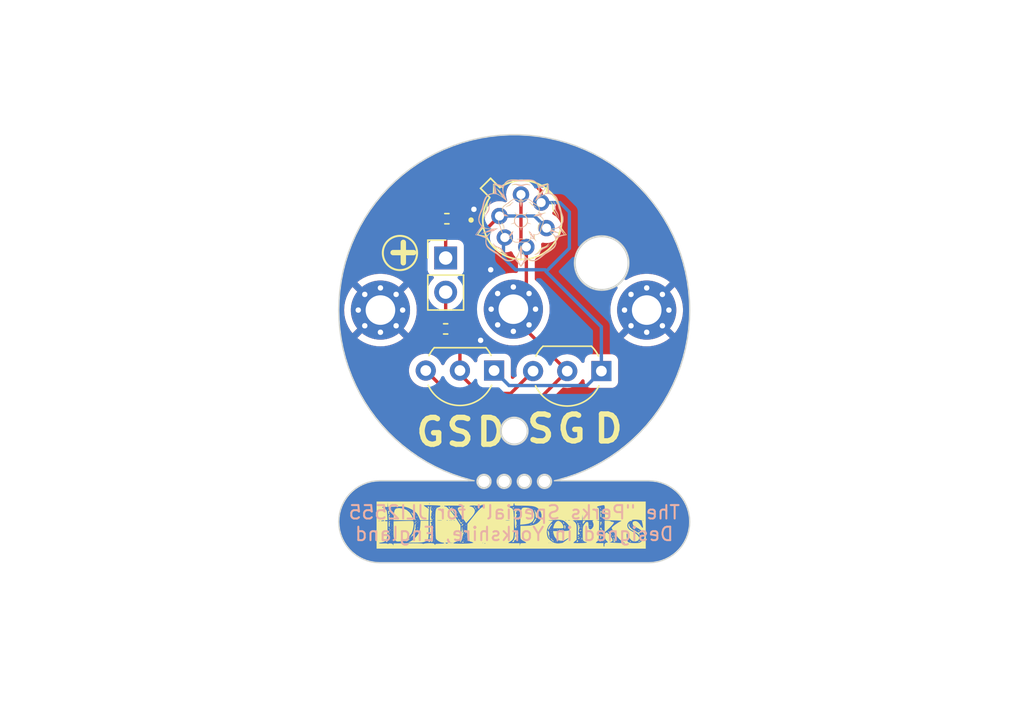
<source format=kicad_pcb>
(kicad_pcb (version 20221018) (generator pcbnew)
  (layers (0 "F.Cu" signal) (31 "B.Cu" signal) (34 "B.Paste" user) (35 "F.Paste" user) (36 "B.SilkS" user "B.Silkscreen") (37 "F.SilkS" user "F.Silkscreen") (38 "B.Mask" user) (39 "F.Mask" user) (44 "Edge.Cuts" user))
  (net 0 "")
  (net 1 "GNDA")
  (net 2 "Net-(J101-Pin_1)")
  (net 3 "Net-(J101-Pin_2)")
  (net 4 "MGate")
  (net 5 "Net-(Q101-D)")
  (net 6 "Net-(Q101-S)")
  (footprint "Connector_PinHeader_2.54mm:PinHeader_1x02_P2.54mm_Vertical" (layer "F.Cu") (at 215.9 54.125)
    (fp_text reference "J101" hide)
    (fp_text value "Conn_01x02_Pin")
    (pad "1" thru_hole rect (at 0 0) (size 1.7 1.7) (drill 1) (layers "*.Cu" "*.Mask") (net 2 "Net-(J101-Pin_1)"))
    (pad "2" thru_hole oval (at 0 2.54) (size 1.7 1.7) (drill 1) (layers "*.Cu" "*.Mask") (net 3 "Net-(J101-Pin_2)"))
  )
  (footprint "Package_TO_SOT_THT:TO-92L_Inline_Wide" (layer "F.Cu") (at 219.5 62.5 180)
    (fp_text reference "Q102" hide)
    (fp_text value "2SK208")
    (pad "1" thru_hole rect (at 0 0 180) (size 1.5 1.5) (drill 0.8) (layers "*.Cu" "*.Mask") (net 5 "Net-(Q101-D)"))
    (pad "2" thru_hole circle (at 2.54 0 180) (size 1.5 1.5) (drill 0.8) (layers "*.Cu" "*.Mask") (net 6 "Net-(Q101-S)"))
    (pad "3" thru_hole circle (at 5.08 0 180) (size 1.5 1.5) (drill 0.8) (layers "*.Cu" "*.Mask") (net 4 "MGate"))
  )
  (footprint "MountingHole:MountingHole_2.2mm_M2_Pad_Via" (layer "F.Cu") (at 220.933274 57.933274)
    (fp_text reference "Pad101" hide)
    (fp_text value "~")
    (pad "1" thru_hole circle (at -1.65 0) (size 0.7 0.7) (drill 0.4) (layers "*.Cu" "*.Mask") (net 4 "MGate"))
    (pad "1" thru_hole circle (at -1.166726 -1.166726) (size 0.7 0.7) (drill 0.4) (layers "*.Cu" "*.Mask") (net 4 "MGate"))
    (pad "1" thru_hole circle (at -1.166726 1.166726) (size 0.7 0.7) (drill 0.4) (layers "*.Cu" "*.Mask") (net 4 "MGate"))
    (pad "1" thru_hole circle (at 0 -1.65) (size 0.7 0.7) (drill 0.4) (layers "*.Cu" "*.Mask") (net 4 "MGate"))
    (pad "1" thru_hole circle (at 0 0) (size 4.4 4.4) (drill 2.2) (layers "*.Cu" "*.Mask") (net 4 "MGate"))
    (pad "1" thru_hole circle (at 0 1.65) (size 0.7 0.7) (drill 0.4) (layers "*.Cu" "*.Mask") (net 4 "MGate"))
    (pad "1" thru_hole circle (at 1.166726 -1.166726) (size 0.7 0.7) (drill 0.4) (layers "*.Cu" "*.Mask") (net 4 "MGate"))
    (pad "1" thru_hole circle (at 1.166726 1.166726) (size 0.7 0.7) (drill 0.4) (layers "*.Cu" "*.Mask") (net 4 "MGate"))
    (pad "1" thru_hole circle (at 1.65 0) (size 0.7 0.7) (drill 0.4) (layers "*.Cu" "*.Mask") (net 4 "MGate"))
  )
  (footprint "MountingHole:MountingHole_2.2mm_M2_Pad_Via" (layer "F.Cu") (at 230.85 58)
    (fp_text reference "G102" hide)
    (fp_text value "~")
    (pad "1" thru_hole circle (at -1.65 0) (size 0.7 0.7) (drill 0.4) (layers "*.Cu" "*.Mask") (net 1 "GNDA"))
    (pad "1" thru_hole circle (at -1.166726 -1.166726) (size 0.7 0.7) (drill 0.4) (layers "*.Cu" "*.Mask") (net 1 "GNDA"))
    (pad "1" thru_hole circle (at -1.166726 1.166726) (size 0.7 0.7) (drill 0.4) (layers "*.Cu" "*.Mask") (net 1 "GNDA"))
    (pad "1" thru_hole circle (at 0 -1.65) (size 0.7 0.7) (drill 0.4) (layers "*.Cu" "*.Mask") (net 1 "GNDA"))
    (pad "1" thru_hole circle (at 0 0) (size 4.4 4.4) (drill 2.2) (layers "*.Cu" "*.Mask") (net 1 "GNDA"))
    (pad "1" thru_hole circle (at 0 1.65) (size 0.7 0.7) (drill 0.4) (layers "*.Cu" "*.Mask") (net 1 "GNDA"))
    (pad "1" thru_hole circle (at 1.166726 -1.166726) (size 0.7 0.7) (drill 0.4) (layers "*.Cu" "*.Mask") (net 1 "GNDA"))
    (pad "1" thru_hole circle (at 1.166726 1.166726) (size 0.7 0.7) (drill 0.4) (layers "*.Cu" "*.Mask") (net 1 "GNDA"))
    (pad "1" thru_hole circle (at 1.65 0) (size 0.7 0.7) (drill 0.4) (layers "*.Cu" "*.Mask") (net 1 "GNDA"))
  )
  (footprint "PCM_Package_TO_SOT_THT_AKL:TO-92_Inline_Wide" (layer "F.Cu") (at 227.48 62.54 180)
    (fp_text reference "Q101" hide)
    (fp_text value "LKS170" hide)
    (pad "1" thru_hole rect (at 0 0 270) (size 1.5 1.5) (drill 0.8) (layers "*.Cu" "*.Mask") (net 5 "Net-(Q101-D)"))
    (pad "2" thru_hole circle (at 2.54 0 270) (size 1.5 1.5) (drill 0.8) (layers "*.Cu" "*.Mask") (net 4 "MGate"))
    (pad "3" thru_hole circle (at 5.08 0 270) (size 1.5 1.5) (drill 0.8) (layers "*.Cu" "*.Mask") (net 6 "Net-(Q101-S)"))
  )
  (footprint "MySymbols:PerksLogo" (layer "F.Cu") (at 220.75 74)
    (fp_text reference "G***" hide)
    (fp_text value "LOGO" hide)
  )
  (footprint "Resistor_SMD:R_0402_1005Metric" (layer "F.Cu") (at 215.99 51.2 180)
    (fp_text reference "R101" hide)
    (fp_text value "2k2")
    (pad "1" smd roundrect (at -0.51 0 180) (size 0.54 0.64) (layers "F.Cu" "F.Paste" "F.Mask") (net 5 "Net-(Q101-D)"))
    (pad "2" smd roundrect (at 0.51 0 180) (size 0.54 0.64) (layers "F.Cu" "F.Paste" "F.Mask") (net 2 "Net-(J101-Pin_1)"))
  )
  (footprint "MySymbols:White Rose" (layer "F.Cu") (at 221.5 51.5)
    (fp_text reference "G***" hide)
    (fp_text value "LOGO" hide)
  )
  (footprint "Resistor_SMD:R_0402_1005Metric" (layer "F.Cu") (at 215.9 59.4)
    (fp_text reference "R102" hide)
    (fp_text value "2k2")
    (pad "1" smd roundrect (at -0.51 0) (size 0.54 0.64) (layers "F.Cu" "F.Paste" "F.Mask") (net 3 "Net-(J101-Pin_2)"))
    (pad "2" smd roundrect (at 0.51 0) (size 0.54 0.64) (layers "F.Cu" "F.Paste" "F.Mask") (net 6 "Net-(Q101-S)"))
  )
  (footprint "MountingHole:MountingHole_2.2mm_M2_Pad_Via" (layer "F.Cu") (at 211.05 58)
    (fp_text reference "G101" hide)
    (fp_text value "~")
    (pad "1" thru_hole circle (at -1.65 0) (size 0.7 0.7) (drill 0.4) (layers "*.Cu" "*.Mask") (net 1 "GNDA"))
    (pad "1" thru_hole circle (at -1.166726 -1.166726) (size 0.7 0.7) (drill 0.4) (layers "*.Cu" "*.Mask") (net 1 "GNDA"))
    (pad "1" thru_hole circle (at -1.166726 1.166726) (size 0.7 0.7) (drill 0.4) (layers "*.Cu" "*.Mask") (net 1 "GNDA"))
    (pad "1" thru_hole circle (at 0 -1.65) (size 0.7 0.7) (drill 0.4) (layers "*.Cu" "*.Mask") (net 1 "GNDA"))
    (pad "1" thru_hole circle (at 0 0) (size 4.4 4.4) (drill 2.2) (layers "*.Cu" "*.Mask") (net 1 "GNDA"))
    (pad "1" thru_hole circle (at 0 1.65) (size 0.7 0.7) (drill 0.4) (layers "*.Cu" "*.Mask") (net 1 "GNDA"))
    (pad "1" thru_hole circle (at 1.166726 -1.166726) (size 0.7 0.7) (drill 0.4) (layers "*.Cu" "*.Mask") (net 1 "GNDA"))
    (pad "1" thru_hole circle (at 1.166726 1.166726) (size 0.7 0.7) (drill 0.4) (layers "*.Cu" "*.Mask") (net 1 "GNDA"))
    (pad "1" thru_hole circle (at 1.65 0) (size 0.7 0.7) (drill 0.4) (layers "*.Cu" "*.Mask") (net 1 "GNDA"))
  )
  (footprint "Trannies:to71" (layer "F.Cu") (at 221.6 51.3)
    (fp_text reference "U101" hide)
    (fp_text value "~")
    (pad "1" thru_hole circle (at -1.7 -0.3) (size 1.216552 1.216552) (drill 0.68) (layers "*.Cu" "*.Mask") (net 6 "Net-(Q101-S)"))
    (pad "2" thru_hole circle (at -1.3 1.3) (size 1.216552 1.216552) (drill 0.68) (layers "*.Cu" "*.Mask") (net 5 "Net-(Q101-D)"))
    (pad "3" thru_hole circle (at 0.3 2) (size 1.216552 1.216552) (drill 0.68) (layers "*.Cu" "*.Mask") (net 4 "MGate"))
    (pad "4" thru_hole circle (at 1.8 0.6) (size 1.216552 1.216552) (drill 0.68) (layers "*.Cu" "*.Mask") (net 6 "Net-(Q101-S)"))
    (pad "5" thru_hole circle (at 1.4 -1.3) (size 1.216552 1.216552) (drill 0.68) (layers "*.Cu" "*.Mask") (net 5 "Net-(Q101-D)"))
    (pad "6" thru_hole circle (at -0.1 -1.9) (size 1.216552 1.216552) (drill 0.68) (layers "*.Cu" "*.Mask") (net 4 "MGate"))
  )
  (footprint "MySymbols:White Rose" (layer "B.Cu") (at 221.5 51.5 180)
    (fp_text reference "G***" hide)
    (fp_text value "LOGO" hide)
  )
  (gr_circle (center 212.5 53.75) (end 213.75 54) (stroke (width 0.15)) (fill none) (layer "F.SilkS"))
  (gr_circle (center 227.5 54.5) (end 229.5 54.5) (stroke (width 0.15)) (fill none) (layer "Edge.Cuts"))
  (gr_circle (center 223.25 70.75) (end 223.75 70.75) (stroke (width 0.15)) (fill none) (layer "Edge.Cuts"))
  (gr_circle (center 218.75 70.75) (end 219.25 70.75) (stroke (width 0.15)) (fill none) (layer "Edge.Cuts"))
  (gr_circle (center 221.75 70.75) (end 222.25 70.75) (stroke (width 0.15)) (fill none) (layer "Edge.Cuts"))
  (gr_circle (center 221 67) (end 222 67) (stroke (width 0.15)) (fill none) (layer "Edge.Cuts"))
  (gr_circle (center 220.25 70.75) (end 220.75 70.75) (stroke (width 0.15)) (fill none) (layer "Edge.Cuts"))
  (gr_poly (pts (xy 222.07766 44.994572) (xy 222.792464 45.073687) (xy 223.501824 45.192058) (xy 224.203586 45.349327) (xy 224.895618 45.545015) (xy 225.57582 45.778528) (xy 226.242125 46.049158) (xy 226.89251 46.356082) (xy 227.525 46.698368) (xy 228.137673 47.074977) (xy 228.72867 47.484765) (xy 229.296195 47.926488) (xy 229.838525 48.398803) (xy 230.354012 48.900277) (xy 230.841091 49.429386) (xy 231.298284 49.984524) (xy 231.7242 50.564005) (xy 232.117548 51.166068) (xy 232.477132 51.788887) (xy 232.801861 52.430568) (xy 233.090748 53.089163) (xy 233.342915 53.762672) (xy 233.557597 54.44905) (xy 233.734143 55.146212) (xy 233.872015 55.852041) (xy 233.970795 56.564393) (xy 234.030184 57.281105) (xy 234.05 58) (xy 234.030184 58.718895) (xy 233.970795 59.435607) (xy 233.872015 60.147959) (xy 233.734143 60.853788) (xy 233.557597 61.55095) (xy 233.342915 62.237328) (xy 233.090748 62.910837) (xy 232.801861 63.569432) (xy 232.477132 64.211113) (xy 232.117548 64.833932) (xy 231.7242 65.435995) (xy 231.298284 66.015476) (xy 230.841091 66.570614) (xy 230.354012 67.099723) (xy 229.838525 67.601197) (xy 229.296195 68.073512) (xy 228.72867 68.515235) (xy 228.137673 68.925023) (xy 227.525 69.301632) (xy 226.89251 69.643918) (xy 226.242125 69.950842) (xy 225.57582 70.221472) (xy 224.895618 70.454985) (xy 224.203586 70.650673) (xy 223.98348 70.7) (xy 231 70.7) (xy 231.318812 70.716708) (xy 231.634131 70.76665) (xy 231.942502 70.849278) (xy 232.240547 70.963686) (xy 232.525 71.108623) (xy 232.792745 71.282498) (xy 233.040848 71.483408) (xy 233.266592 71.709152) (xy 233.467502 71.957255) (xy 233.641377 72.225) (xy 233.786314 72.509453) (xy 233.900722 72.807498) (xy 233.98335 73.115869) (xy 234.033292 73.431188) (xy 234.05 73.75) (xy 234.033292 74.068812) (xy 233.98335 74.384131) (xy 233.900722 74.692502) (xy 233.786314 74.990547) (xy 233.641377 75.275) (xy 233.467502 75.542745) (xy 233.266592 75.790848) (xy 233.040848 76.016592) (xy 232.792745 76.217502) (xy 232.525 76.391377) (xy 232.240547 76.536314) (xy 231.942502 76.650722) (xy 231.634131 76.73335) (xy 231.318812 76.783292) (xy 231 76.8) (xy 211 76.8) (xy 210.681188 76.783292) (xy 210.365869 76.73335) (xy 210.057498 76.650722) (xy 209.759453 76.536314) (xy 209.475 76.391377) (xy 209.207255 76.217502) (xy 208.959152 76.016592) (xy 208.733408 75.790848) (xy 208.532498 75.542745) (xy 208.358623 75.275) (xy 208.213686 74.990547) (xy 208.099278 74.692502) (xy 208.01665 74.384131) (xy 207.966708 74.068812) (xy 207.95 73.75) (xy 207.966708 73.431188) (xy 208.01665 73.115869) (xy 208.099278 72.807498) (xy 208.213686 72.509453) (xy 208.358623 72.225) (xy 208.532498 71.957255) (xy 208.733408 71.709152) (xy 208.959152 71.483408) (xy 209.207255 71.282498) (xy 209.475 71.108623) (xy 209.759453 70.963686) (xy 210.057498 70.849278) (xy 210.365869 70.76665) (xy 210.681188 70.716708) (xy 211 70.7) (xy 218.01652 70.7) (xy 217.796414 70.650673) (xy 217.104382 70.454985) (xy 216.42418 70.221472) (xy 215.757875 69.950842) (xy 215.10749 69.643918) (xy 214.475 69.301632) (xy 213.862327 68.925023) (xy 213.27133 68.515235) (xy 212.703805 68.073512) (xy 212.161475 67.601197) (xy 211.645988 67.099723) (xy 211.158909 66.570614) (xy 210.701716 66.015476) (xy 210.2758 65.435995) (xy 209.882452 64.833932) (xy 209.522868 64.211113) (xy 209.198139 63.569432) (xy 208.909252 62.910837) (xy 208.657085 62.237328) (xy 208.442403 61.55095) (xy 208.265857 60.853788) (xy 208.127985 60.147959) (xy 208.029205 59.435607) (xy 207.969816 58.718895) (xy 207.95 58) (xy 207.969816 57.281105) (xy 208.029205 56.564393) (xy 208.127985 55.852041) (xy 208.265857 55.146212) (xy 208.442403 54.44905) (xy 208.657085 53.762672) (xy 208.909252 53.089163) (xy 209.198139 52.430568) (xy 209.522868 51.788887) (xy 209.882452 51.166068) (xy 210.2758 50.564005) (xy 210.701716 49.984524) (xy 211.158909 49.429386) (xy 211.645988 48.900277) (xy 212.161475 48.398803) (xy 212.703805 47.926488) (xy 213.27133 47.484765) (xy 213.862327 47.074977) (xy 214.475 46.698368) (xy 215.10749 46.356082) (xy 215.757875 46.049158) (xy 216.42418 45.778528) (xy 217.104382 45.545015) (xy 217.796414 45.349327) (xy 218.498176 45.192058) (xy 219.207536 45.073687) (xy 219.92234 44.994572) (xy 220.640416 44.954955) (xy 221.359584 44.954955)) (stroke (width 0.1)) (fill none) (layer "Edge.Cuts"))
  (gr_text "The {dblquote}Perks Special{dblquote} for JLI2555\nDesigned in Yorkshire, England" (at 221 75.25) (layer "B.SilkS") (effects (font (size 1 1)) (justify bottom mirror)))
  (gr_text "S" (at 215.75 68.25) (layer "F.SilkS") (effects (font (size 2 2) (thickness 0.4) bold) (justify left bottom)))
  (gr_text "D" (at 226.75 68) (layer "F.SilkS") (effects (font (size 2 2) (thickness 0.4) bold) (justify left bottom)))
  (gr_text "+" (at 211.25 54.75) (layer "F.SilkS") (effects (font (size 2 2) (thickness 0.4) bold) (justify left bottom)))
  (gr_text "G" (at 224 68) (layer "F.SilkS") (effects (font (size 2 2) (thickness 0.4) bold) (justify left bottom)))
  (gr_text "G" (at 213.5 68.25) (layer "F.SilkS") (effects (font (size 2 2) (thickness 0.4) bold) (justify left bottom)))
  (gr_text "S" (at 221.75 68) (layer "F.SilkS") (effects (font (size 2 2) (thickness 0.4) bold) (justify left bottom)))
  (gr_text "D" (at 218 68.25) (layer "F.SilkS") (effects (font (size 2 2) (thickness 0.4) bold) (justify left bottom)))
  (via (at 219.25 55) (size 0.8) (drill 0.4) (layers "F.Cu" "B.Cu") (net 1))
  (via (at 218.5 60.25) (size 0.8) (drill 0.4) (layers "F.Cu" "B.Cu") (net 1))
  (via (at 218 50.5) (size 0.8) (drill 0.4) (layers "F.Cu" "B.Cu") (net 1))
  (segment (start 215.9 51.62) (end 215.9 54.125) (width 0.25) (layer "F.Cu") (net 2))
  (segment (start 215.48 51.2) (end 215.9 51.62) (width 0.25) (layer "F.Cu") (net 2))
  (segment (start 215.39 59.4) (end 215.9 58.89) (width 0.25) (layer "F.Cu") (net 3))
  (segment (start 215.9 58.89) (end 215.9 56.665) (width 0.25) (layer "F.Cu") (net 3))
  (segment (start 217.12 65.2) (end 222.28 65.2) (width 0.25) (layer "F.Cu") (net 4))
  (segment (start 221.9 53.3) (end 221.9 56.966548) (width 0.25) (layer "F.Cu") (net 4))
  (segment (start 224.94 62.54) (end 220.933274 58.533274) (width 0.25) (layer "F.Cu") (net 4))
  (segment (start 221.5 49.4) (end 221.5 52.9) (width 0.25) (layer "F.Cu") (net 4))
  (segment (start 214.42 62.5) (end 217.12 65.2) (width 0.25) (layer "F.Cu") (net 4))
  (segment (start 221.9 56.966548) (end 220.933274 57.933274) (width 0.25) (layer "F.Cu") (net 4))
  (segment (start 220.933274 58.533274) (end 220.933274 57.933274) (width 0.25) (layer "F.Cu") (net 4))
  (segment (start 221.5 52.9) (end 221.9 53.3) (width 0.25) (layer "F.Cu") (net 4))
  (segment (start 222.28 65.2) (end 224.94 62.54) (width 0.25) (layer "F.Cu") (net 4))
  (segment (start 223 50) (end 223 49.139768) (width 0.25) (layer "F.Cu") (net 5))
  (segment (start 216.5 49.5) (end 216.5 51.2) (width 0.25) (layer "F.Cu") (net 5))
  (segment (start 223 49.139768) (end 221.360232 47.5) (width 0.25) (layer "F.Cu") (net 5))
  (segment (start 218.5 47.5) (end 216.5 49.5) (width 0.25) (layer "F.Cu") (net 5))
  (segment (start 221.360232 47.5) (end 218.5 47.5) (width 0.25) (layer "F.Cu") (net 5))
  (segment (start 221.1 55) (end 223.3 55) (width 0.25) (layer "B.Cu") (net 5))
  (segment (start 225.1 53.4) (end 225.1 50.7) (width 0.25) (layer "B.Cu") (net 5))
  (segment (start 224.4 50) (end 223 50) (width 0.25) (layer "B.Cu") (net 5))
  (segment (start 226.405 63.615) (end 227.48 62.54) (width 0.25) (layer "B.Cu") (net 5))
  (segment (start 220.615 63.615) (end 226.405 63.615) (width 0.25) (layer "B.Cu") (net 5))
  (segment (start 220.9 54.8) (end 221.1 55) (width 0.25) (layer "B.Cu") (net 5))
  (segment (start 220.2 54.1) (end 220.9 54.8) (width 0.25) (layer "B.Cu") (net 5))
  (segment (start 220.2 52.7) (end 220.2 54.1) (width 0.25) (layer "B.Cu") (net 5))
  (segment (start 220.3 52.6) (end 220.2 52.7) (width 0.25) (layer "B.Cu") (net 5))
  (segment (start 225.1 50.7) (end 224.4 50) (width 0.25) (layer "B.Cu") (net 5))
  (segment (start 219.5 62.5) (end 220.615 63.615) (width 0.25) (layer "B.Cu") (net 5))
  (segment (start 223.366724 55.133276) (end 225.1 53.4) (width 0.25) (layer "B.Cu") (net 5))
  (segment (start 227.48 59.246552) (end 223.366724 55.133276) (width 0.25) (layer "B.Cu") (net 5))
  (segment (start 227.48 62.54) (end 227.48 59.246552) (width 0.25) (layer "B.Cu") (net 5))
  (segment (start 217.9 53) (end 219.9 51) (width 0.25) (layer "F.Cu") (net 6))
  (segment (start 217.9 57.91) (end 217.9 53) (width 0.25) (layer "F.Cu") (net 6))
  (segment (start 216.96 59.95) (end 216.96 62.5) (width 0.25) (layer "F.Cu") (net 6))
  (segment (start 216.41 59.4) (end 217.9 57.91) (width 0.25) (layer "F.Cu") (net 6))
  (segment (start 216.96 62.5) (end 216.96 62.76) (width 0.25) (layer "F.Cu") (net 6))
  (segment (start 216.41 59.4) (end 216.96 59.95) (width 0.25) (layer "F.Cu") (net 6))
  (segment (start 220.74 64.2) (end 222.4 62.54) (width 0.25) (layer "F.Cu") (net 6))
  (segment (start 216.96 62.76) (end 218.4 64.2) (width 0.25) (layer "F.Cu") (net 6))
  (segment (start 218.4 64.2) (end 220.74 64.2) (width 0.25) (layer "F.Cu") (net 6))
  (segment (start 222.5 51) (end 223.4 51.9) (width 0.25) (layer "B.Cu") (net 6))
  (segment (start 219.9 51) (end 222.5 51) (width 0.25) (layer "B.Cu") (net 6))
  (zone (net 1) (net_name "GNDA") (layers "F&B.Cu") (connect_pads (clearance 0.5)) (min_thickness 0.25) (fill yes (thermal_gap 0.5) (thermal_bridge_width 0.5))
    (polygon (pts (xy 206.5 44) (xy 235.5 44) (xy 235.5 80) (xy 206.5 80)))
  )
)
</source>
